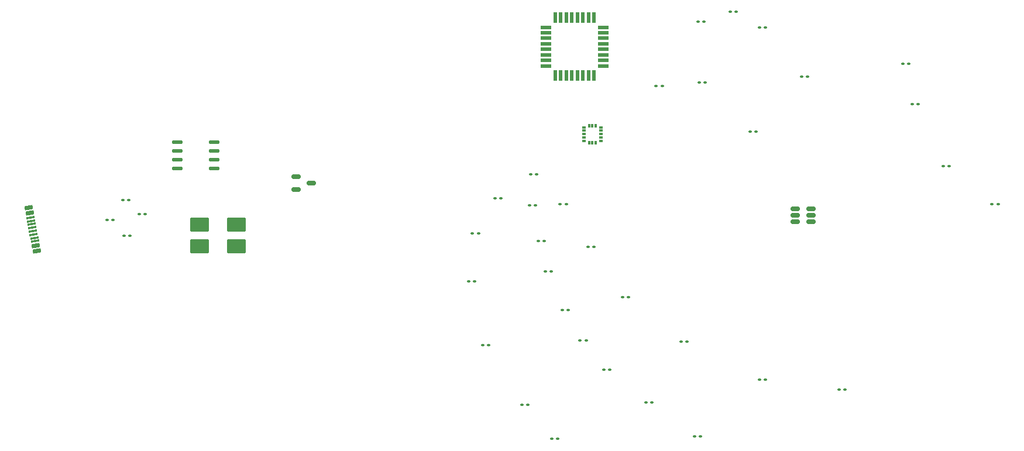
<source format=gbr>
%TF.GenerationSoftware,KiCad,Pcbnew,9.0.6*%
%TF.CreationDate,2025-11-25T23:45:00-06:00*%
%TF.ProjectId,1745LightUpBoard,31373435-4c69-4676-9874-5570426f6172,rev?*%
%TF.SameCoordinates,Original*%
%TF.FileFunction,Paste,Top*%
%TF.FilePolarity,Positive*%
%FSLAX46Y46*%
G04 Gerber Fmt 4.6, Leading zero omitted, Abs format (unit mm)*
G04 Created by KiCad (PCBNEW 9.0.6) date 2025-11-25 23:45:00*
%MOMM*%
%LPD*%
G01*
G04 APERTURE LIST*
G04 Aperture macros list*
%AMRoundRect*
0 Rectangle with rounded corners*
0 $1 Rounding radius*
0 $2 $3 $4 $5 $6 $7 $8 $9 X,Y pos of 4 corners*
0 Add a 4 corners polygon primitive as box body*
4,1,4,$2,$3,$4,$5,$6,$7,$8,$9,$2,$3,0*
0 Add four circle primitives for the rounded corners*
1,1,$1+$1,$2,$3*
1,1,$1+$1,$4,$5*
1,1,$1+$1,$6,$7*
1,1,$1+$1,$8,$9*
0 Add four rect primitives between the rounded corners*
20,1,$1+$1,$2,$3,$4,$5,0*
20,1,$1+$1,$4,$5,$6,$7,0*
20,1,$1+$1,$6,$7,$8,$9,0*
20,1,$1+$1,$8,$9,$2,$3,0*%
%AMRotRect*
0 Rectangle, with rotation*
0 The origin of the aperture is its center*
0 $1 length*
0 $2 width*
0 $3 Rotation angle, in degrees counterclockwise*
0 Add horizontal line*
21,1,$1,$2,0,0,$3*%
G04 Aperture macros list end*
%ADD10RoundRect,0.090000X-0.139000X-0.090000X0.139000X-0.090000X0.139000X0.090000X-0.139000X0.090000X0*%
%ADD11RoundRect,0.087500X-0.187500X-0.087500X0.187500X-0.087500X0.187500X0.087500X-0.187500X0.087500X0*%
%ADD12RoundRect,0.087500X-0.087500X-0.187500X0.087500X-0.187500X0.087500X0.187500X-0.087500X0.187500X0*%
%ADD13RoundRect,0.250001X-1.099999X-0.799999X1.099999X-0.799999X1.099999X0.799999X-1.099999X0.799999X0*%
%ADD14RoundRect,0.137500X-0.612500X-0.137500X0.612500X-0.137500X0.612500X0.137500X-0.612500X0.137500X0*%
%ADD15RoundRect,0.068750X-0.666250X-0.206250X0.666250X-0.206250X0.666250X0.206250X-0.666250X0.206250X0*%
%ADD16RoundRect,0.068750X-0.206250X-0.666250X0.206250X-0.666250X0.206250X0.666250X-0.206250X0.666250X0*%
%ADD17RoundRect,0.150000X-0.512500X-0.150000X0.512500X-0.150000X0.512500X0.150000X-0.512500X0.150000X0*%
%ADD18RotRect,0.600000X1.160000X280.000000*%
%ADD19RotRect,0.300000X1.160000X100.000000*%
G04 APERTURE END LIST*
D10*
%TO.C,C11*%
X198810000Y-108260000D03*
X199675000Y-108260000D03*
%TD*%
%TO.C,C12*%
X210330000Y-109720000D03*
X211195000Y-109720000D03*
%TD*%
%TO.C,C9*%
X179020000Y-96310000D03*
X179885000Y-96310000D03*
%TD*%
%TO.C,C7*%
X168772500Y-116880000D03*
X169637500Y-116880000D03*
%TD*%
D11*
%TO.C,U3*%
X173435000Y-71755000D03*
X173435000Y-72255000D03*
X173435000Y-72755000D03*
X173435000Y-73255000D03*
X173435000Y-73755000D03*
D12*
X174160000Y-73980000D03*
X174660000Y-73980000D03*
X175160000Y-73980000D03*
D11*
X175885000Y-73755000D03*
X175885000Y-73255000D03*
X175885000Y-72755000D03*
X175885000Y-72255000D03*
X175885000Y-71755000D03*
D12*
X175160000Y-71530000D03*
X174660000Y-71530000D03*
X174160000Y-71530000D03*
%TD*%
D10*
%TO.C,R13*%
X219600000Y-62540000D03*
X220465000Y-62540000D03*
%TD*%
D13*
%TO.C,Y1*%
X117830000Y-88990000D03*
X123130000Y-88990000D03*
X123130000Y-85890000D03*
X117830000Y-85890000D03*
%TD*%
D10*
%TO.C,D6*%
X106880000Y-87500000D03*
X107745000Y-87500000D03*
%TD*%
%TO.C,R2*%
X189425000Y-116480000D03*
X190290000Y-116480000D03*
%TD*%
%TO.C,D3*%
X104445000Y-85210000D03*
X105310000Y-85210000D03*
%TD*%
%TO.C,C10*%
X187475000Y-102770000D03*
X188340000Y-102770000D03*
%TD*%
%TO.C,D5*%
X109097500Y-84310000D03*
X109962500Y-84310000D03*
%TD*%
%TO.C,C8*%
X173987500Y-89040000D03*
X174852500Y-89040000D03*
%TD*%
%TO.C,C15*%
X167830000Y-92600000D03*
X168695000Y-92600000D03*
%TD*%
%TO.C,R10*%
X183887500Y-65820000D03*
X184752500Y-65820000D03*
%TD*%
%TO.C,R1*%
X176297500Y-106850000D03*
X177162500Y-106850000D03*
%TD*%
%TO.C,C5*%
X158812500Y-103250000D03*
X159677500Y-103250000D03*
%TD*%
D14*
%TO.C,U2*%
X114590000Y-73950000D03*
X114590000Y-75220000D03*
X114590000Y-76490000D03*
X114590000Y-77760000D03*
X119890000Y-77760000D03*
X119890000Y-76490000D03*
X119890000Y-75220000D03*
X119890000Y-73950000D03*
%TD*%
D10*
%TO.C,R11*%
X190127500Y-65300000D03*
X190992500Y-65300000D03*
%TD*%
%TO.C,C3*%
X157295000Y-87160000D03*
X158160000Y-87160000D03*
%TD*%
%TO.C,R6*%
X189910000Y-56510000D03*
X190775000Y-56510000D03*
%TD*%
%TO.C,R8*%
X198810000Y-57320000D03*
X199675000Y-57320000D03*
%TD*%
%TO.C,R3*%
X166820000Y-88220000D03*
X167685000Y-88220000D03*
%TD*%
%TO.C,R5*%
X182415000Y-111560000D03*
X183280000Y-111560000D03*
%TD*%
%TO.C,C2*%
X160550000Y-82020000D03*
X161415000Y-82020000D03*
%TD*%
%TO.C,C14*%
X169995000Y-82900000D03*
X170860000Y-82900000D03*
%TD*%
%TO.C,D4*%
X106682500Y-82260000D03*
X107547500Y-82260000D03*
%TD*%
D15*
%TO.C,U1*%
X167920000Y-57280000D03*
X167920000Y-58080000D03*
X167920000Y-58880000D03*
X167920000Y-59680000D03*
X167920000Y-60480000D03*
X167920000Y-61280000D03*
X167920000Y-62080000D03*
X167920000Y-62880000D03*
D16*
X169290000Y-64250000D03*
X170090000Y-64250000D03*
X170890000Y-64250000D03*
X171690000Y-64250000D03*
X172490000Y-64250000D03*
X173290000Y-64250000D03*
X174090000Y-64250000D03*
X174890000Y-64250000D03*
D15*
X176260000Y-62880000D03*
X176260000Y-62080000D03*
X176260000Y-61280000D03*
X176260000Y-60480000D03*
X176260000Y-59680000D03*
X176260000Y-58880000D03*
X176260000Y-58080000D03*
X176260000Y-57280000D03*
D16*
X174890000Y-55910000D03*
X174090000Y-55910000D03*
X173290000Y-55910000D03*
X172490000Y-55910000D03*
X171690000Y-55910000D03*
X170890000Y-55910000D03*
X170090000Y-55910000D03*
X169290000Y-55910000D03*
%TD*%
D10*
%TO.C,R4*%
X170270000Y-98170000D03*
X171135000Y-98170000D03*
%TD*%
%TO.C,D1*%
X225397500Y-77390000D03*
X226262500Y-77390000D03*
%TD*%
%TO.C,R9*%
X204937500Y-64410000D03*
X205802500Y-64410000D03*
%TD*%
%TO.C,C13*%
X165570000Y-83030000D03*
X166435000Y-83030000D03*
%TD*%
%TO.C,C16*%
X172877500Y-102630000D03*
X173742500Y-102630000D03*
%TD*%
%TO.C,C6*%
X164425000Y-111960000D03*
X165290000Y-111960000D03*
%TD*%
%TO.C,C1*%
X165734079Y-78594068D03*
X166599079Y-78594068D03*
%TD*%
D17*
%TO.C,U5*%
X131740000Y-78910000D03*
X131740000Y-80810000D03*
X134015000Y-79860000D03*
%TD*%
D10*
%TO.C,R14*%
X220930000Y-68410000D03*
X221795000Y-68410000D03*
%TD*%
D18*
%TO.C,J2*%
X93120065Y-83380642D03*
X93258984Y-84168488D03*
D19*
X93458679Y-85301017D03*
X93632327Y-86285825D03*
X93719152Y-86778229D03*
X93892800Y-87763037D03*
D18*
X94092495Y-88895566D03*
X94231414Y-89683412D03*
X94231414Y-89683412D03*
X94092495Y-88895566D03*
D19*
X93979624Y-88255441D03*
X93805976Y-87270633D03*
X93545503Y-85793421D03*
X93371855Y-84808614D03*
D18*
X93258984Y-84168488D03*
X93120065Y-83380642D03*
%TD*%
D10*
%TO.C,R7*%
X194570000Y-55030000D03*
X195435000Y-55030000D03*
%TD*%
%TO.C,D2*%
X232480000Y-82870000D03*
X233345000Y-82870000D03*
%TD*%
D17*
%TO.C,U4*%
X203985000Y-83550000D03*
X203985000Y-84500000D03*
X203985000Y-85450000D03*
X206260000Y-85450000D03*
X206260000Y-84500000D03*
X206260000Y-83550000D03*
%TD*%
D10*
%TO.C,C4*%
X156732500Y-94040000D03*
X157597500Y-94040000D03*
%TD*%
%TO.C,R12*%
X197477500Y-72350000D03*
X198342500Y-72350000D03*
%TD*%
M02*

</source>
